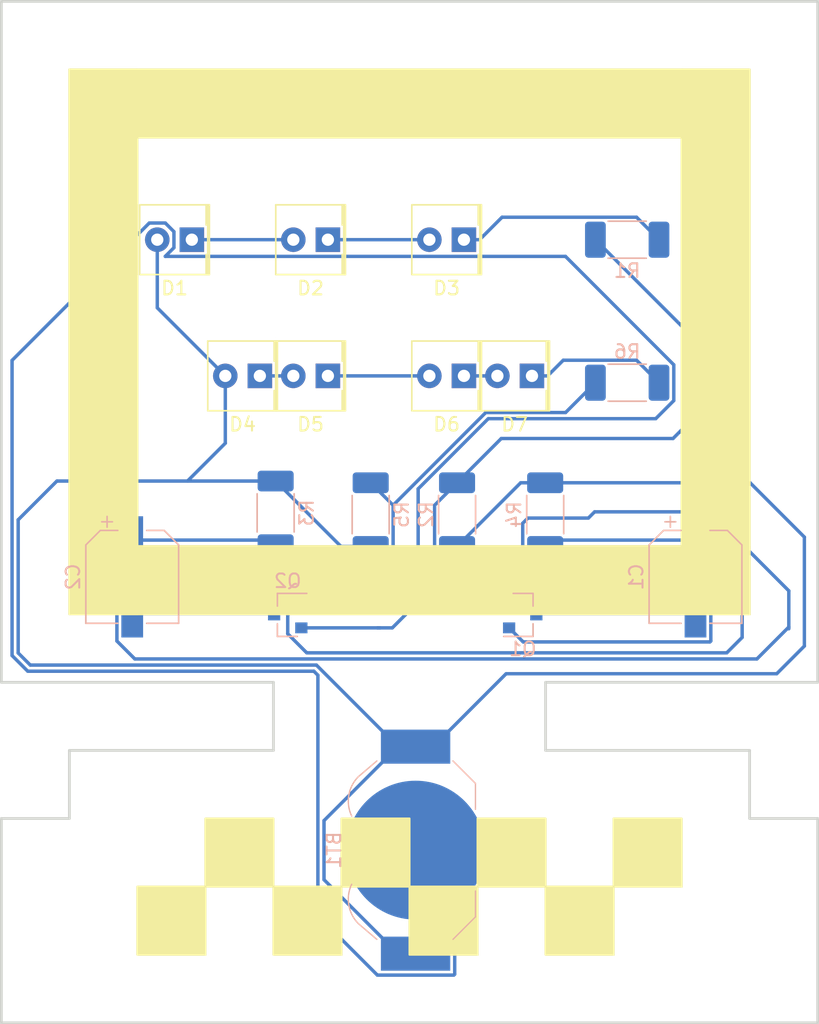
<source format=kicad_pcb>
(kicad_pcb (version 20171130) (host pcbnew "(6.0.0-rc1-dev-1198-gf6cdcc1db)")

  (general
    (thickness 1.6)
    (drawings 28)
    (tracks 131)
    (zones 0)
    (modules 18)
    (nets 14)
  )

  (page A4)
  (layers
    (0 F.Cu signal)
    (31 B.Cu signal)
    (32 B.Adhes user)
    (33 F.Adhes user)
    (34 B.Paste user)
    (35 F.Paste user hide)
    (36 B.SilkS user)
    (37 F.SilkS user hide)
    (38 B.Mask user)
    (39 F.Mask user hide)
    (40 Dwgs.User user hide)
    (41 Cmts.User user hide)
    (42 Eco1.User user hide)
    (43 Eco2.User user hide)
    (44 Edge.Cuts user)
    (45 Margin user hide)
    (46 B.CrtYd user)
    (47 F.CrtYd user hide)
    (48 B.Fab user)
    (49 F.Fab user)
  )

  (setup
    (last_trace_width 0.25)
    (trace_clearance 0.2)
    (zone_clearance 0.508)
    (zone_45_only no)
    (trace_min 0.2)
    (via_size 0.8)
    (via_drill 0.4)
    (via_min_size 0.4)
    (via_min_drill 0.3)
    (uvia_size 0.3)
    (uvia_drill 0.1)
    (uvias_allowed no)
    (uvia_min_size 0.2)
    (uvia_min_drill 0.1)
    (edge_width 0.2)
    (segment_width 0.2)
    (pcb_text_width 0.3)
    (pcb_text_size 1.5 1.5)
    (mod_edge_width 0.15)
    (mod_text_size 1 1)
    (mod_text_width 0.15)
    (pad_size 1.524 1.524)
    (pad_drill 0.762)
    (pad_to_mask_clearance 0.051)
    (solder_mask_min_width 0.25)
    (aux_axis_origin 0 0)
    (grid_origin 22 22)
    (visible_elements FFFFEF7F)
    (pcbplotparams
      (layerselection 0x010fc_ffffffff)
      (usegerberextensions false)
      (usegerberattributes false)
      (usegerberadvancedattributes false)
      (creategerberjobfile false)
      (excludeedgelayer true)
      (linewidth 0.100000)
      (plotframeref false)
      (viasonmask false)
      (mode 1)
      (useauxorigin false)
      (hpglpennumber 1)
      (hpglpenspeed 20)
      (hpglpendiameter 15.000000)
      (psnegative false)
      (psa4output false)
      (plotreference true)
      (plotvalue true)
      (plotinvisibletext false)
      (padsonsilk false)
      (subtractmaskfromsilk false)
      (outputformat 1)
      (mirror false)
      (drillshape 1)
      (scaleselection 1)
      (outputdirectory ""))
  )

  (net 0 "")
  (net 1 VCC)
  (net 2 GND)
  (net 3 "Net-(C1-Pad1)")
  (net 4 "Net-(C1-Pad2)")
  (net 5 "Net-(C2-Pad2)")
  (net 6 "Net-(C2-Pad1)")
  (net 7 "Net-(D1-Pad1)")
  (net 8 "Net-(D2-Pad1)")
  (net 9 "Net-(D3-Pad1)")
  (net 10 "Net-(D4-Pad1)")
  (net 11 "Net-(D5-Pad1)")
  (net 12 "Net-(D6-Pad1)")
  (net 13 "Net-(D7-Pad1)")

  (net_class Default "This is the default net class."
    (clearance 0.2)
    (trace_width 0.25)
    (via_dia 0.8)
    (via_drill 0.4)
    (uvia_dia 0.3)
    (uvia_drill 0.1)
    (add_net GND)
    (add_net "Net-(C1-Pad1)")
    (add_net "Net-(C1-Pad2)")
    (add_net "Net-(C2-Pad1)")
    (add_net "Net-(C2-Pad2)")
    (add_net "Net-(D1-Pad1)")
    (add_net "Net-(D2-Pad1)")
    (add_net "Net-(D3-Pad1)")
    (add_net "Net-(D4-Pad1)")
    (add_net "Net-(D5-Pad1)")
    (add_net "Net-(D6-Pad1)")
    (add_net "Net-(D7-Pad1)")
    (add_net VCC)
  )

  (net_class VCC ""
    (clearance 0.2)
    (trace_width 0.5)
    (via_dia 0.8)
    (via_drill 0.4)
    (uvia_dia 0.3)
    (uvia_drill 0.1)
  )

  (module LED_THT:LED_Rectangular_W5.0mm_H5.0mm (layer F.Cu) (tedit 587A3A7B) (tstamp 5C0BE7BB)
    (at 46 39.5 180)
    (descr "LED_Rectangular, Rectangular,  Rectangular size 5.0x5.0mm^2, 2 pins, http://www.kingbright.com/attachments/file/psearch/000/00/00/L-169XCGDK(Ver.9B).pdf")
    (tags "LED_Rectangular Rectangular  Rectangular size 5.0x5.0mm^2 2 pins")
    (path /5BF4BD21)
    (fp_text reference D6 (at 1.27 -3.56 180) (layer F.SilkS)
      (effects (font (size 1 1) (thickness 0.15)))
    )
    (fp_text value LED (at 1.27 3.56 180) (layer F.Fab)
      (effects (font (size 1 1) (thickness 0.15)))
    )
    (fp_line (start 4.1 -2.85) (end -1.55 -2.85) (layer F.CrtYd) (width 0.05))
    (fp_line (start 4.1 2.85) (end 4.1 -2.85) (layer F.CrtYd) (width 0.05))
    (fp_line (start -1.55 2.85) (end 4.1 2.85) (layer F.CrtYd) (width 0.05))
    (fp_line (start -1.55 -2.85) (end -1.55 2.85) (layer F.CrtYd) (width 0.05))
    (fp_line (start -1.051 1.08) (end -1.051 2.56) (layer F.SilkS) (width 0.12))
    (fp_line (start -1.051 -2.56) (end -1.051 -1.08) (layer F.SilkS) (width 0.12))
    (fp_line (start -1.17 -2.56) (end -1.17 2.56) (layer F.SilkS) (width 0.12))
    (fp_line (start 3.83 -2.56) (end 3.83 2.56) (layer F.SilkS) (width 0.12))
    (fp_line (start -1.29 -2.56) (end -1.29 2.56) (layer F.SilkS) (width 0.12))
    (fp_line (start -1.29 2.56) (end 3.83 2.56) (layer F.SilkS) (width 0.12))
    (fp_line (start -1.29 -2.56) (end 3.83 -2.56) (layer F.SilkS) (width 0.12))
    (fp_line (start 3.77 -2.5) (end -1.23 -2.5) (layer F.Fab) (width 0.1))
    (fp_line (start 3.77 2.5) (end 3.77 -2.5) (layer F.Fab) (width 0.1))
    (fp_line (start -1.23 2.5) (end 3.77 2.5) (layer F.Fab) (width 0.1))
    (fp_line (start -1.23 -2.5) (end -1.23 2.5) (layer F.Fab) (width 0.1))
    (pad 2 thru_hole circle (at 2.54 0 180) (size 1.8 1.8) (drill 0.9) (layers *.Cu *.Mask)
      (net 11 "Net-(D5-Pad1)"))
    (pad 1 thru_hole rect (at 0 0 180) (size 1.8 1.8) (drill 0.9) (layers *.Cu *.Mask)
      (net 12 "Net-(D6-Pad1)"))
    (model ${KISYS3DMOD}/LED_THT.3dshapes/LED_Rectangular_W5.0mm_H5.0mm.wrl
      (at (xyz 0 0 0))
      (scale (xyz 1 1 1))
      (rotate (xyz 0 0 0))
    )
  )

  (module Battery:BatteryHolder_LINX_BAT-HLD-012-SMT (layer B.Cu) (tedit 5B256044) (tstamp 5BF5735D)
    (at 42.447 74.324 90)
    (descr "SMT battery holder for CR1216/1220/1225, https://linxtechnologies.com/wp/wp-content/uploads/bat-hld-012-smt.pdf")
    (tags "battery holder coin cell cr1216 cr1220 cr1225")
    (path /5BF3CB03)
    (attr smd)
    (fp_text reference BT1 (at 0 -6 90) (layer B.SilkS)
      (effects (font (size 1 1) (thickness 0.15)) (justify mirror))
    )
    (fp_text value Battery_Cell (at 0 7 90) (layer B.Fab)
      (effects (font (size 1 1) (thickness 0.15)) (justify mirror))
    )
    (fp_line (start 6.55 -2.85) (end 5.4 -4.2) (layer B.SilkS) (width 0.1))
    (fp_line (start -6.55 -2.85) (end -5.4 -4.2) (layer B.SilkS) (width 0.1))
    (fp_line (start -4.9 4.4) (end -3 4.4) (layer B.SilkS) (width 0.1))
    (fp_line (start 4.9 4.4) (end 3 4.4) (layer B.SilkS) (width 0.1))
    (fp_line (start 4.9 4.4) (end 6.55 2.75) (layer B.SilkS) (width 0.1))
    (fp_line (start -6.55 2.75) (end -4.9 4.4) (layer B.SilkS) (width 0.1))
    (fp_line (start 6.55 2.75) (end 6.75 2.75) (layer B.Fab) (width 0.1))
    (fp_line (start 6.55 2.75) (end 6.7 2.9) (layer B.Fab) (width 0.1))
    (fp_line (start 5.05 4.55) (end 4.9 4.4) (layer B.Fab) (width 0.1))
    (fp_line (start -5.05 4.55) (end -4.9 4.4) (layer B.Fab) (width 0.1))
    (fp_line (start -6.55 2.75) (end -6.7 2.9) (layer B.Fab) (width 0.1))
    (fp_line (start -6.75 2.75) (end -6.55 2.75) (layer B.Fab) (width 0.1))
    (fp_line (start 6.75 -2.85) (end 6.55 -2.85) (layer B.Fab) (width 0.1))
    (fp_line (start -6.75 -2.85) (end -6.55 -2.85) (layer B.Fab) (width 0.1))
    (fp_line (start -3.55 -6.75) (end -7.25 -3.05) (layer B.CrtYd) (width 0.05))
    (fp_line (start 3.55 -6.75) (end 7.25 -3.05) (layer B.CrtYd) (width 0.05))
    (fp_line (start -3.55 -6.75) (end 3.55 -6.75) (layer B.CrtYd) (width 0.05))
    (fp_line (start 9.35 -3.05) (end 7.25 -3.05) (layer B.CrtYd) (width 0.05))
    (fp_line (start 9.35 3.05) (end 9.35 -3.05) (layer B.CrtYd) (width 0.05))
    (fp_line (start 7.25 3.05) (end 9.35 3.05) (layer B.CrtYd) (width 0.05))
    (fp_line (start 3.55 6.75) (end 7.25 3.05) (layer B.CrtYd) (width 0.05))
    (fp_line (start -3.55 6.75) (end 3.55 6.75) (layer B.CrtYd) (width 0.05))
    (fp_line (start -7.25 3.05) (end -3.55 6.75) (layer B.CrtYd) (width 0.05))
    (fp_line (start -9.35 -3.05) (end -7.25 -3.05) (layer B.CrtYd) (width 0.05))
    (fp_line (start -9.35 3.05) (end -7.25 3.05) (layer B.CrtYd) (width 0.05))
    (fp_line (start -9.35 -3.05) (end -9.35 3.05) (layer B.CrtYd) (width 0.05))
    (fp_circle (center 0 0) (end -6.25 0) (layer B.Fab) (width 0.1))
    (fp_arc (start 0 -6) (end -1.8 -4.2) (angle -90) (layer B.Fab) (width 0.1))
    (fp_arc (start 3.6 -2.4) (end 5.4 -4.2) (angle -70.55996517) (layer B.SilkS) (width 0.1))
    (fp_line (start 6.55 -2.85) (end 5.4 -4.2) (layer B.Fab) (width 0.1))
    (fp_line (start -6.55 -2.85) (end -5.4 -4.2) (layer B.Fab) (width 0.1))
    (fp_line (start -6.55 2.75) (end -4.9 4.4) (layer B.Fab) (width 0.1))
    (fp_line (start -6.55 -2.85) (end -6.55 2.75) (layer B.Fab) (width 0.1))
    (fp_line (start 6.55 2.75) (end 4.9 4.4) (layer B.Fab) (width 0.1))
    (fp_line (start 6.55 -2.85) (end 6.55 2.75) (layer B.Fab) (width 0.1))
    (fp_line (start 6.7 2.9) (end 5.05 4.55) (layer B.Fab) (width 0.1))
    (fp_line (start -6.7 2.9) (end -5.05 4.55) (layer B.Fab) (width 0.1))
    (fp_line (start 4.9 4.4) (end -4.9 4.4) (layer B.Fab) (width 0.1))
    (fp_line (start 6.75 -2.85) (end 6.75 2.75) (layer B.Fab) (width 0.1))
    (fp_line (start -6.75 -2.85) (end -6.75 2.75) (layer B.Fab) (width 0.1))
    (fp_line (start 7.65 2.55) (end 6.75 2.55) (layer B.Fab) (width 0.1))
    (fp_line (start 7.65 0.55) (end 7.65 2.55) (layer B.Fab) (width 0.1))
    (fp_line (start 6.75 0.55) (end 7.65 0.55) (layer B.Fab) (width 0.1))
    (fp_line (start 7.65 -0.55) (end 6.75 -0.55) (layer B.Fab) (width 0.1))
    (fp_line (start 7.65 -2.55) (end 7.65 -0.55) (layer B.Fab) (width 0.1))
    (fp_line (start 6.75 -2.55) (end 7.65 -2.55) (layer B.Fab) (width 0.1))
    (fp_line (start -7.65 -2.55) (end -6.75 -2.55) (layer B.Fab) (width 0.1))
    (fp_line (start -7.65 -0.55) (end -7.65 -2.55) (layer B.Fab) (width 0.1))
    (fp_line (start -6.75 -0.55) (end -7.65 -0.55) (layer B.Fab) (width 0.1))
    (fp_line (start -7.65 0.55) (end -6.75 0.55) (layer B.Fab) (width 0.1))
    (fp_line (start -7.65 2.55) (end -6.75 2.55) (layer B.Fab) (width 0.1))
    (fp_line (start -7.65 2.55) (end -7.65 0.55) (layer B.Fab) (width 0.1))
    (fp_text user %R (at 0 0 90) (layer B.Fab)
      (effects (font (size 1 1) (thickness 0.15)) (justify mirror))
    )
    (fp_arc (start 3.6 -2.4) (end 5.4 -4.2) (angle -90) (layer B.Fab) (width 0.1))
    (fp_arc (start -3.6 -2.4) (end -1.8 -4.2) (angle -90) (layer B.Fab) (width 0.1))
    (fp_arc (start -3.6 -2.4) (end -5.4 -4.2) (angle 70.5) (layer B.SilkS) (width 0.1))
    (pad 1 smd rect (at -7.6 0 90) (size 2.5 5.1) (layers B.Cu B.Paste B.Mask)
      (net 1 VCC))
    (pad 1 smd rect (at 7.6 0 90) (size 2.5 5.1) (layers B.Cu B.Paste B.Mask)
      (net 1 VCC))
    (pad 2 smd circle (at 0 0 90) (size 10.2 10.2) (layers B.Cu B.Paste B.Mask)
      (net 2 GND))
    (model ${KISYS3DMOD}/Battery.3dshapes/BatteryHolder_LINX_BAT-HLD-012-SMT.wrl
      (at (xyz 0 0 0))
      (scale (xyz 1 1 1))
      (rotate (xyz 0 0 0))
    )
  )

  (module Capacitor_SMD:CP_Elec_6.3x5.4_Nichicon (layer B.Cu) (tedit 5A841F9D) (tstamp 5BFF9834)
    (at 63.021 54.258 270)
    (descr "SMT capacitor, aluminium electrolytic, 6.3x5.4, Nichicon ")
    (tags "Capacitor Electrolytic")
    (path /5BF35CC3)
    (attr smd)
    (fp_text reference C1 (at 0 4.35 270) (layer B.SilkS)
      (effects (font (size 1 1) (thickness 0.15)) (justify mirror))
    )
    (fp_text value 100uF (at 0 -4.35 270) (layer B.Fab)
      (effects (font (size 1 1) (thickness 0.15)) (justify mirror))
    )
    (fp_circle (center 0 0) (end 3.15 0) (layer B.Fab) (width 0.1))
    (fp_line (start 3.3 3.3) (end 3.3 -3.3) (layer B.Fab) (width 0.1))
    (fp_line (start -2.3 3.3) (end 3.3 3.3) (layer B.Fab) (width 0.1))
    (fp_line (start -2.3 -3.3) (end 3.3 -3.3) (layer B.Fab) (width 0.1))
    (fp_line (start -3.3 2.3) (end -3.3 -2.3) (layer B.Fab) (width 0.1))
    (fp_line (start -3.3 2.3) (end -2.3 3.3) (layer B.Fab) (width 0.1))
    (fp_line (start -3.3 -2.3) (end -2.3 -3.3) (layer B.Fab) (width 0.1))
    (fp_line (start -2.704838 1.33) (end -2.074838 1.33) (layer B.Fab) (width 0.1))
    (fp_line (start -2.389838 1.645) (end -2.389838 1.015) (layer B.Fab) (width 0.1))
    (fp_line (start 3.41 -3.41) (end 3.41 -1.06) (layer B.SilkS) (width 0.12))
    (fp_line (start 3.41 3.41) (end 3.41 1.06) (layer B.SilkS) (width 0.12))
    (fp_line (start -2.345563 3.41) (end 3.41 3.41) (layer B.SilkS) (width 0.12))
    (fp_line (start -2.345563 -3.41) (end 3.41 -3.41) (layer B.SilkS) (width 0.12))
    (fp_line (start -3.41 -2.345563) (end -3.41 -1.06) (layer B.SilkS) (width 0.12))
    (fp_line (start -3.41 2.345563) (end -3.41 1.06) (layer B.SilkS) (width 0.12))
    (fp_line (start -3.41 2.345563) (end -2.345563 3.41) (layer B.SilkS) (width 0.12))
    (fp_line (start -3.41 -2.345563) (end -2.345563 -3.41) (layer B.SilkS) (width 0.12))
    (fp_line (start -4.4375 1.8475) (end -3.65 1.8475) (layer B.SilkS) (width 0.12))
    (fp_line (start -4.04375 2.24125) (end -4.04375 1.45375) (layer B.SilkS) (width 0.12))
    (fp_line (start 3.55 3.55) (end 3.55 1.05) (layer B.CrtYd) (width 0.05))
    (fp_line (start 3.55 1.05) (end 4.7 1.05) (layer B.CrtYd) (width 0.05))
    (fp_line (start 4.7 1.05) (end 4.7 -1.05) (layer B.CrtYd) (width 0.05))
    (fp_line (start 4.7 -1.05) (end 3.55 -1.05) (layer B.CrtYd) (width 0.05))
    (fp_line (start 3.55 -1.05) (end 3.55 -3.55) (layer B.CrtYd) (width 0.05))
    (fp_line (start -2.4 -3.55) (end 3.55 -3.55) (layer B.CrtYd) (width 0.05))
    (fp_line (start -2.4 3.55) (end 3.55 3.55) (layer B.CrtYd) (width 0.05))
    (fp_line (start -3.55 -2.4) (end -2.4 -3.55) (layer B.CrtYd) (width 0.05))
    (fp_line (start -3.55 2.4) (end -2.4 3.55) (layer B.CrtYd) (width 0.05))
    (fp_line (start -3.55 2.4) (end -3.55 1.05) (layer B.CrtYd) (width 0.05))
    (fp_line (start -3.55 -1.05) (end -3.55 -2.4) (layer B.CrtYd) (width 0.05))
    (fp_line (start -3.55 1.05) (end -4.7 1.05) (layer B.CrtYd) (width 0.05))
    (fp_line (start -4.7 1.05) (end -4.7 -1.05) (layer B.CrtYd) (width 0.05))
    (fp_line (start -4.7 -1.05) (end -3.55 -1.05) (layer B.CrtYd) (width 0.05))
    (fp_text user %R (at 0 0 270) (layer B.Fab)
      (effects (font (size 1 1) (thickness 0.15)) (justify mirror))
    )
    (pad 1 smd rect (at -2.7 0 270) (size 3.5 1.6) (layers B.Cu B.Paste B.Mask)
      (net 3 "Net-(C1-Pad1)"))
    (pad 2 smd rect (at 2.7 0 270) (size 3.5 1.6) (layers B.Cu B.Paste B.Mask)
      (net 4 "Net-(C1-Pad2)"))
    (model ${KISYS3DMOD}/Capacitor_SMD.3dshapes/CP_Elec_6.3x5.4_Nichicon.wrl
      (at (xyz 0 0 0))
      (scale (xyz 1 1 1))
      (rotate (xyz 0 0 0))
    )
  )

  (module Capacitor_SMD:CP_Elec_6.3x5.4_Nichicon (layer B.Cu) (tedit 5A841F9D) (tstamp 5BFF985C)
    (at 21.619 54.258 270)
    (descr "SMT capacitor, aluminium electrolytic, 6.3x5.4, Nichicon ")
    (tags "Capacitor Electrolytic")
    (path /5BF35E94)
    (attr smd)
    (fp_text reference C2 (at 0 4.35 270) (layer B.SilkS)
      (effects (font (size 1 1) (thickness 0.15)) (justify mirror))
    )
    (fp_text value 100mF (at 0 -4.35 270) (layer B.Fab)
      (effects (font (size 1 1) (thickness 0.15)) (justify mirror))
    )
    (fp_text user %R (at 0 0 270) (layer B.Fab)
      (effects (font (size 1 1) (thickness 0.15)) (justify mirror))
    )
    (fp_line (start -4.7 -1.05) (end -3.55 -1.05) (layer B.CrtYd) (width 0.05))
    (fp_line (start -4.7 1.05) (end -4.7 -1.05) (layer B.CrtYd) (width 0.05))
    (fp_line (start -3.55 1.05) (end -4.7 1.05) (layer B.CrtYd) (width 0.05))
    (fp_line (start -3.55 -1.05) (end -3.55 -2.4) (layer B.CrtYd) (width 0.05))
    (fp_line (start -3.55 2.4) (end -3.55 1.05) (layer B.CrtYd) (width 0.05))
    (fp_line (start -3.55 2.4) (end -2.4 3.55) (layer B.CrtYd) (width 0.05))
    (fp_line (start -3.55 -2.4) (end -2.4 -3.55) (layer B.CrtYd) (width 0.05))
    (fp_line (start -2.4 3.55) (end 3.55 3.55) (layer B.CrtYd) (width 0.05))
    (fp_line (start -2.4 -3.55) (end 3.55 -3.55) (layer B.CrtYd) (width 0.05))
    (fp_line (start 3.55 -1.05) (end 3.55 -3.55) (layer B.CrtYd) (width 0.05))
    (fp_line (start 4.7 -1.05) (end 3.55 -1.05) (layer B.CrtYd) (width 0.05))
    (fp_line (start 4.7 1.05) (end 4.7 -1.05) (layer B.CrtYd) (width 0.05))
    (fp_line (start 3.55 1.05) (end 4.7 1.05) (layer B.CrtYd) (width 0.05))
    (fp_line (start 3.55 3.55) (end 3.55 1.05) (layer B.CrtYd) (width 0.05))
    (fp_line (start -4.04375 2.24125) (end -4.04375 1.45375) (layer B.SilkS) (width 0.12))
    (fp_line (start -4.4375 1.8475) (end -3.65 1.8475) (layer B.SilkS) (width 0.12))
    (fp_line (start -3.41 -2.345563) (end -2.345563 -3.41) (layer B.SilkS) (width 0.12))
    (fp_line (start -3.41 2.345563) (end -2.345563 3.41) (layer B.SilkS) (width 0.12))
    (fp_line (start -3.41 2.345563) (end -3.41 1.06) (layer B.SilkS) (width 0.12))
    (fp_line (start -3.41 -2.345563) (end -3.41 -1.06) (layer B.SilkS) (width 0.12))
    (fp_line (start -2.345563 -3.41) (end 3.41 -3.41) (layer B.SilkS) (width 0.12))
    (fp_line (start -2.345563 3.41) (end 3.41 3.41) (layer B.SilkS) (width 0.12))
    (fp_line (start 3.41 3.41) (end 3.41 1.06) (layer B.SilkS) (width 0.12))
    (fp_line (start 3.41 -3.41) (end 3.41 -1.06) (layer B.SilkS) (width 0.12))
    (fp_line (start -2.389838 1.645) (end -2.389838 1.015) (layer B.Fab) (width 0.1))
    (fp_line (start -2.704838 1.33) (end -2.074838 1.33) (layer B.Fab) (width 0.1))
    (fp_line (start -3.3 -2.3) (end -2.3 -3.3) (layer B.Fab) (width 0.1))
    (fp_line (start -3.3 2.3) (end -2.3 3.3) (layer B.Fab) (width 0.1))
    (fp_line (start -3.3 2.3) (end -3.3 -2.3) (layer B.Fab) (width 0.1))
    (fp_line (start -2.3 -3.3) (end 3.3 -3.3) (layer B.Fab) (width 0.1))
    (fp_line (start -2.3 3.3) (end 3.3 3.3) (layer B.Fab) (width 0.1))
    (fp_line (start 3.3 3.3) (end 3.3 -3.3) (layer B.Fab) (width 0.1))
    (fp_circle (center 0 0) (end 3.15 0) (layer B.Fab) (width 0.1))
    (pad 2 smd rect (at 2.7 0 270) (size 3.5 1.6) (layers B.Cu B.Paste B.Mask)
      (net 5 "Net-(C2-Pad2)"))
    (pad 1 smd rect (at -2.7 0 270) (size 3.5 1.6) (layers B.Cu B.Paste B.Mask)
      (net 6 "Net-(C2-Pad1)"))
    (model ${KISYS3DMOD}/Capacitor_SMD.3dshapes/CP_Elec_6.3x5.4_Nichicon.wrl
      (at (xyz 0 0 0))
      (scale (xyz 1 1 1))
      (rotate (xyz 0 0 0))
    )
  )

  (module Package_TO_SOT_SMD:SOT-23 (layer B.Cu) (tedit 5A02FF57) (tstamp 5BFF98FD)
    (at 33.049 57.052 180)
    (descr "SOT-23, Standard")
    (tags SOT-23)
    (path /5BF48FC8)
    (attr smd)
    (fp_text reference Q2 (at 0 2.5 180) (layer B.SilkS)
      (effects (font (size 1 1) (thickness 0.15)) (justify mirror))
    )
    (fp_text value MMBT3904 (at 0 -2.5 180) (layer B.Fab)
      (effects (font (size 1 1) (thickness 0.15)) (justify mirror))
    )
    (fp_text user %R (at 0 0 90) (layer B.Fab)
      (effects (font (size 0.5 0.5) (thickness 0.075)) (justify mirror))
    )
    (fp_line (start -0.7 0.95) (end -0.7 -1.5) (layer B.Fab) (width 0.1))
    (fp_line (start -0.15 1.52) (end 0.7 1.52) (layer B.Fab) (width 0.1))
    (fp_line (start -0.7 0.95) (end -0.15 1.52) (layer B.Fab) (width 0.1))
    (fp_line (start 0.7 1.52) (end 0.7 -1.52) (layer B.Fab) (width 0.1))
    (fp_line (start -0.7 -1.52) (end 0.7 -1.52) (layer B.Fab) (width 0.1))
    (fp_line (start 0.76 -1.58) (end 0.76 -0.65) (layer B.SilkS) (width 0.12))
    (fp_line (start 0.76 1.58) (end 0.76 0.65) (layer B.SilkS) (width 0.12))
    (fp_line (start -1.7 1.75) (end 1.7 1.75) (layer B.CrtYd) (width 0.05))
    (fp_line (start 1.7 1.75) (end 1.7 -1.75) (layer B.CrtYd) (width 0.05))
    (fp_line (start 1.7 -1.75) (end -1.7 -1.75) (layer B.CrtYd) (width 0.05))
    (fp_line (start -1.7 -1.75) (end -1.7 1.75) (layer B.CrtYd) (width 0.05))
    (fp_line (start 0.76 1.58) (end -1.4 1.58) (layer B.SilkS) (width 0.12))
    (fp_line (start 0.76 -1.58) (end -0.7 -1.58) (layer B.SilkS) (width 0.12))
    (pad 1 smd rect (at -1 0.95 180) (size 0.9 0.8) (layers B.Cu B.Paste B.Mask)
      (net 3 "Net-(C1-Pad1)"))
    (pad 2 smd rect (at -1 -0.95 180) (size 0.9 0.8) (layers B.Cu B.Paste B.Mask)
      (net 2 GND))
    (pad 3 smd rect (at 1 0 180) (size 0.9 0.8) (layers B.Cu B.Paste B.Mask)
      (net 5 "Net-(C2-Pad2)"))
    (model ${KISYS3DMOD}/Package_TO_SOT_SMD.3dshapes/SOT-23.wrl
      (at (xyz 0 0 0))
      (scale (xyz 1 1 1))
      (rotate (xyz 0 0 0))
    )
  )

  (module Package_TO_SOT_SMD:SOT-23 (layer B.Cu) (tedit 5A02FF57) (tstamp 5BFF98E8)
    (at 50.321 57.052)
    (descr "SOT-23, Standard")
    (tags SOT-23)
    (path /5BF490FA)
    (attr smd)
    (fp_text reference Q1 (at 0 2.5) (layer B.SilkS)
      (effects (font (size 1 1) (thickness 0.15)) (justify mirror))
    )
    (fp_text value MMBT3904 (at 0 -2.5) (layer B.Fab)
      (effects (font (size 1 1) (thickness 0.15)) (justify mirror))
    )
    (fp_line (start 0.76 -1.58) (end -0.7 -1.58) (layer B.SilkS) (width 0.12))
    (fp_line (start 0.76 1.58) (end -1.4 1.58) (layer B.SilkS) (width 0.12))
    (fp_line (start -1.7 -1.75) (end -1.7 1.75) (layer B.CrtYd) (width 0.05))
    (fp_line (start 1.7 -1.75) (end -1.7 -1.75) (layer B.CrtYd) (width 0.05))
    (fp_line (start 1.7 1.75) (end 1.7 -1.75) (layer B.CrtYd) (width 0.05))
    (fp_line (start -1.7 1.75) (end 1.7 1.75) (layer B.CrtYd) (width 0.05))
    (fp_line (start 0.76 1.58) (end 0.76 0.65) (layer B.SilkS) (width 0.12))
    (fp_line (start 0.76 -1.58) (end 0.76 -0.65) (layer B.SilkS) (width 0.12))
    (fp_line (start -0.7 -1.52) (end 0.7 -1.52) (layer B.Fab) (width 0.1))
    (fp_line (start 0.7 1.52) (end 0.7 -1.52) (layer B.Fab) (width 0.1))
    (fp_line (start -0.7 0.95) (end -0.15 1.52) (layer B.Fab) (width 0.1))
    (fp_line (start -0.15 1.52) (end 0.7 1.52) (layer B.Fab) (width 0.1))
    (fp_line (start -0.7 0.95) (end -0.7 -1.5) (layer B.Fab) (width 0.1))
    (fp_text user %R (at 0 0 -90) (layer B.Fab)
      (effects (font (size 0.5 0.5) (thickness 0.075)) (justify mirror))
    )
    (pad 3 smd rect (at 1 0) (size 0.9 0.8) (layers B.Cu B.Paste B.Mask)
      (net 4 "Net-(C1-Pad2)"))
    (pad 2 smd rect (at -1 -0.95) (size 0.9 0.8) (layers B.Cu B.Paste B.Mask)
      (net 2 GND))
    (pad 1 smd rect (at -1 0.95) (size 0.9 0.8) (layers B.Cu B.Paste B.Mask)
      (net 6 "Net-(C2-Pad1)"))
    (model ${KISYS3DMOD}/Package_TO_SOT_SMD.3dshapes/SOT-23.wrl
      (at (xyz 0 0 0))
      (scale (xyz 1 1 1))
      (rotate (xyz 0 0 0))
    )
  )

  (module Resistor_SMD:R_2010_5025Metric_Pad1.52x2.65mm_HandSolder (layer B.Cu) (tedit 5B301BBD) (tstamp 5BFFDA86)
    (at 58 29.5)
    (descr "Resistor SMD 2010 (5025 Metric), square (rectangular) end terminal, IPC_7351 nominal with elongated pad for handsoldering. (Body size source: http://www.tortai-tech.com/upload/download/2011102023233369053.pdf), generated with kicad-footprint-generator")
    (tags "resistor handsolder")
    (path /5BF386D1)
    (attr smd)
    (fp_text reference R1 (at 0 2.28) (layer B.SilkS)
      (effects (font (size 1 1) (thickness 0.15)) (justify mirror))
    )
    (fp_text value 220 (at 0 -2.28) (layer B.Fab)
      (effects (font (size 1 1) (thickness 0.15)) (justify mirror))
    )
    (fp_text user %R (at 0 0) (layer B.Fab)
      (effects (font (size 1 1) (thickness 0.15)) (justify mirror))
    )
    (fp_line (start 3.35 -1.58) (end -3.35 -1.58) (layer B.CrtYd) (width 0.05))
    (fp_line (start 3.35 1.58) (end 3.35 -1.58) (layer B.CrtYd) (width 0.05))
    (fp_line (start -3.35 1.58) (end 3.35 1.58) (layer B.CrtYd) (width 0.05))
    (fp_line (start -3.35 -1.58) (end -3.35 1.58) (layer B.CrtYd) (width 0.05))
    (fp_line (start -1.402064 -1.36) (end 1.402064 -1.36) (layer B.SilkS) (width 0.12))
    (fp_line (start -1.402064 1.36) (end 1.402064 1.36) (layer B.SilkS) (width 0.12))
    (fp_line (start 2.5 -1.25) (end -2.5 -1.25) (layer B.Fab) (width 0.1))
    (fp_line (start 2.5 1.25) (end 2.5 -1.25) (layer B.Fab) (width 0.1))
    (fp_line (start -2.5 1.25) (end 2.5 1.25) (layer B.Fab) (width 0.1))
    (fp_line (start -2.5 -1.25) (end -2.5 1.25) (layer B.Fab) (width 0.1))
    (pad 2 smd roundrect (at 2.3375 0) (size 1.525 2.65) (layers B.Cu B.Paste B.Mask) (roundrect_rratio 0.163934)
      (net 9 "Net-(D3-Pad1)"))
    (pad 1 smd roundrect (at -2.3375 0) (size 1.525 2.65) (layers B.Cu B.Paste B.Mask) (roundrect_rratio 0.163934)
      (net 4 "Net-(C1-Pad2)"))
    (model ${KISYS3DMOD}/Resistor_SMD.3dshapes/R_2010_5025Metric.wrl
      (at (xyz 0 0 0))
      (scale (xyz 1 1 1))
      (rotate (xyz 0 0 0))
    )
  )

  (module Resistor_SMD:R_2010_5025Metric_Pad1.52x2.65mm_HandSolder (layer B.Cu) (tedit 5B301BBD) (tstamp 5BFFDA96)
    (at 45.495 49.686 270)
    (descr "Resistor SMD 2010 (5025 Metric), square (rectangular) end terminal, IPC_7351 nominal with elongated pad for handsoldering. (Body size source: http://www.tortai-tech.com/upload/download/2011102023233369053.pdf), generated with kicad-footprint-generator")
    (tags "resistor handsolder")
    (path /5BF31F1D)
    (attr smd)
    (fp_text reference R2 (at 0 2.28 270) (layer B.SilkS)
      (effects (font (size 1 1) (thickness 0.15)) (justify mirror))
    )
    (fp_text value 10K (at 0 -2.28 270) (layer B.Fab)
      (effects (font (size 1 1) (thickness 0.15)) (justify mirror))
    )
    (fp_line (start -2.5 -1.25) (end -2.5 1.25) (layer B.Fab) (width 0.1))
    (fp_line (start -2.5 1.25) (end 2.5 1.25) (layer B.Fab) (width 0.1))
    (fp_line (start 2.5 1.25) (end 2.5 -1.25) (layer B.Fab) (width 0.1))
    (fp_line (start 2.5 -1.25) (end -2.5 -1.25) (layer B.Fab) (width 0.1))
    (fp_line (start -1.402064 1.36) (end 1.402064 1.36) (layer B.SilkS) (width 0.12))
    (fp_line (start -1.402064 -1.36) (end 1.402064 -1.36) (layer B.SilkS) (width 0.12))
    (fp_line (start -3.35 -1.58) (end -3.35 1.58) (layer B.CrtYd) (width 0.05))
    (fp_line (start -3.35 1.58) (end 3.35 1.58) (layer B.CrtYd) (width 0.05))
    (fp_line (start 3.35 1.58) (end 3.35 -1.58) (layer B.CrtYd) (width 0.05))
    (fp_line (start 3.35 -1.58) (end -3.35 -1.58) (layer B.CrtYd) (width 0.05))
    (fp_text user %R (at 0 0 270) (layer B.Fab)
      (effects (font (size 1 1) (thickness 0.15)) (justify mirror))
    )
    (pad 1 smd roundrect (at -2.3375 0 270) (size 1.525 2.65) (layers B.Cu B.Paste B.Mask) (roundrect_rratio 0.163934)
      (net 4 "Net-(C1-Pad2)"))
    (pad 2 smd roundrect (at 2.3375 0 270) (size 1.525 2.65) (layers B.Cu B.Paste B.Mask) (roundrect_rratio 0.163934)
      (net 1 VCC))
    (model ${KISYS3DMOD}/Resistor_SMD.3dshapes/R_2010_5025Metric.wrl
      (at (xyz 0 0 0))
      (scale (xyz 1 1 1))
      (rotate (xyz 0 0 0))
    )
  )

  (module Resistor_SMD:R_2010_5025Metric_Pad1.52x2.65mm_HandSolder (layer B.Cu) (tedit 5B301BBD) (tstamp 5BFFDAA6)
    (at 32.16 49.559 90)
    (descr "Resistor SMD 2010 (5025 Metric), square (rectangular) end terminal, IPC_7351 nominal with elongated pad for handsoldering. (Body size source: http://www.tortai-tech.com/upload/download/2011102023233369053.pdf), generated with kicad-footprint-generator")
    (tags "resistor handsolder")
    (path /5BF3202B)
    (attr smd)
    (fp_text reference R3 (at 0 2.28 90) (layer B.SilkS)
      (effects (font (size 1 1) (thickness 0.15)) (justify mirror))
    )
    (fp_text value 10K (at 0 -2.28 90) (layer B.Fab)
      (effects (font (size 1 1) (thickness 0.15)) (justify mirror))
    )
    (fp_text user %R (at 0 0 90) (layer B.Fab)
      (effects (font (size 1 1) (thickness 0.15)) (justify mirror))
    )
    (fp_line (start 3.35 -1.58) (end -3.35 -1.58) (layer B.CrtYd) (width 0.05))
    (fp_line (start 3.35 1.58) (end 3.35 -1.58) (layer B.CrtYd) (width 0.05))
    (fp_line (start -3.35 1.58) (end 3.35 1.58) (layer B.CrtYd) (width 0.05))
    (fp_line (start -3.35 -1.58) (end -3.35 1.58) (layer B.CrtYd) (width 0.05))
    (fp_line (start -1.402064 -1.36) (end 1.402064 -1.36) (layer B.SilkS) (width 0.12))
    (fp_line (start -1.402064 1.36) (end 1.402064 1.36) (layer B.SilkS) (width 0.12))
    (fp_line (start 2.5 -1.25) (end -2.5 -1.25) (layer B.Fab) (width 0.1))
    (fp_line (start 2.5 1.25) (end 2.5 -1.25) (layer B.Fab) (width 0.1))
    (fp_line (start -2.5 1.25) (end 2.5 1.25) (layer B.Fab) (width 0.1))
    (fp_line (start -2.5 -1.25) (end -2.5 1.25) (layer B.Fab) (width 0.1))
    (pad 2 smd roundrect (at 2.3375 0 90) (size 1.525 2.65) (layers B.Cu B.Paste B.Mask) (roundrect_rratio 0.163934)
      (net 1 VCC))
    (pad 1 smd roundrect (at -2.3375 0 90) (size 1.525 2.65) (layers B.Cu B.Paste B.Mask) (roundrect_rratio 0.163934)
      (net 6 "Net-(C2-Pad1)"))
    (model ${KISYS3DMOD}/Resistor_SMD.3dshapes/R_2010_5025Metric.wrl
      (at (xyz 0 0 0))
      (scale (xyz 1 1 1))
      (rotate (xyz 0 0 0))
    )
  )

  (module Resistor_SMD:R_2010_5025Metric_Pad1.52x2.65mm_HandSolder (layer B.Cu) (tedit 5B301BBD) (tstamp 5BFFDAB6)
    (at 51.972 49.686 270)
    (descr "Resistor SMD 2010 (5025 Metric), square (rectangular) end terminal, IPC_7351 nominal with elongated pad for handsoldering. (Body size source: http://www.tortai-tech.com/upload/download/2011102023233369053.pdf), generated with kicad-footprint-generator")
    (tags "resistor handsolder")
    (path /5BF32163)
    (attr smd)
    (fp_text reference R4 (at 0 2.28 270) (layer B.SilkS)
      (effects (font (size 1 1) (thickness 0.15)) (justify mirror))
    )
    (fp_text value 10K (at 0 -2.28 270) (layer B.Fab)
      (effects (font (size 1 1) (thickness 0.15)) (justify mirror))
    )
    (fp_line (start -2.5 -1.25) (end -2.5 1.25) (layer B.Fab) (width 0.1))
    (fp_line (start -2.5 1.25) (end 2.5 1.25) (layer B.Fab) (width 0.1))
    (fp_line (start 2.5 1.25) (end 2.5 -1.25) (layer B.Fab) (width 0.1))
    (fp_line (start 2.5 -1.25) (end -2.5 -1.25) (layer B.Fab) (width 0.1))
    (fp_line (start -1.402064 1.36) (end 1.402064 1.36) (layer B.SilkS) (width 0.12))
    (fp_line (start -1.402064 -1.36) (end 1.402064 -1.36) (layer B.SilkS) (width 0.12))
    (fp_line (start -3.35 -1.58) (end -3.35 1.58) (layer B.CrtYd) (width 0.05))
    (fp_line (start -3.35 1.58) (end 3.35 1.58) (layer B.CrtYd) (width 0.05))
    (fp_line (start 3.35 1.58) (end 3.35 -1.58) (layer B.CrtYd) (width 0.05))
    (fp_line (start 3.35 -1.58) (end -3.35 -1.58) (layer B.CrtYd) (width 0.05))
    (fp_text user %R (at 0 0 270) (layer B.Fab)
      (effects (font (size 1 1) (thickness 0.15)) (justify mirror))
    )
    (pad 1 smd roundrect (at -2.3375 0 270) (size 1.525 2.65) (layers B.Cu B.Paste B.Mask) (roundrect_rratio 0.163934)
      (net 1 VCC))
    (pad 2 smd roundrect (at 2.3375 0 270) (size 1.525 2.65) (layers B.Cu B.Paste B.Mask) (roundrect_rratio 0.163934)
      (net 3 "Net-(C1-Pad1)"))
    (model ${KISYS3DMOD}/Resistor_SMD.3dshapes/R_2010_5025Metric.wrl
      (at (xyz 0 0 0))
      (scale (xyz 1 1 1))
      (rotate (xyz 0 0 0))
    )
  )

  (module Resistor_SMD:R_2010_5025Metric_Pad1.52x2.65mm_HandSolder (layer B.Cu) (tedit 5B301BBD) (tstamp 5BFFDAC6)
    (at 39.145 49.686 90)
    (descr "Resistor SMD 2010 (5025 Metric), square (rectangular) end terminal, IPC_7351 nominal with elongated pad for handsoldering. (Body size source: http://www.tortai-tech.com/upload/download/2011102023233369053.pdf), generated with kicad-footprint-generator")
    (tags "resistor handsolder")
    (path /5BF32243)
    (attr smd)
    (fp_text reference R5 (at 0 2.28 90) (layer B.SilkS)
      (effects (font (size 1 1) (thickness 0.15)) (justify mirror))
    )
    (fp_text value 10K (at 0 -2.28 90) (layer B.Fab)
      (effects (font (size 1 1) (thickness 0.15)) (justify mirror))
    )
    (fp_text user %R (at 0 0 90) (layer B.Fab)
      (effects (font (size 1 1) (thickness 0.15)) (justify mirror))
    )
    (fp_line (start 3.35 -1.58) (end -3.35 -1.58) (layer B.CrtYd) (width 0.05))
    (fp_line (start 3.35 1.58) (end 3.35 -1.58) (layer B.CrtYd) (width 0.05))
    (fp_line (start -3.35 1.58) (end 3.35 1.58) (layer B.CrtYd) (width 0.05))
    (fp_line (start -3.35 -1.58) (end -3.35 1.58) (layer B.CrtYd) (width 0.05))
    (fp_line (start -1.402064 -1.36) (end 1.402064 -1.36) (layer B.SilkS) (width 0.12))
    (fp_line (start -1.402064 1.36) (end 1.402064 1.36) (layer B.SilkS) (width 0.12))
    (fp_line (start 2.5 -1.25) (end -2.5 -1.25) (layer B.Fab) (width 0.1))
    (fp_line (start 2.5 1.25) (end 2.5 -1.25) (layer B.Fab) (width 0.1))
    (fp_line (start -2.5 1.25) (end 2.5 1.25) (layer B.Fab) (width 0.1))
    (fp_line (start -2.5 -1.25) (end -2.5 1.25) (layer B.Fab) (width 0.1))
    (pad 2 smd roundrect (at 2.3375 0 90) (size 1.525 2.65) (layers B.Cu B.Paste B.Mask) (roundrect_rratio 0.163934)
      (net 5 "Net-(C2-Pad2)"))
    (pad 1 smd roundrect (at -2.3375 0 90) (size 1.525 2.65) (layers B.Cu B.Paste B.Mask) (roundrect_rratio 0.163934)
      (net 1 VCC))
    (model ${KISYS3DMOD}/Resistor_SMD.3dshapes/R_2010_5025Metric.wrl
      (at (xyz 0 0 0))
      (scale (xyz 1 1 1))
      (rotate (xyz 0 0 0))
    )
  )

  (module Resistor_SMD:R_2010_5025Metric_Pad1.52x2.65mm_HandSolder (layer B.Cu) (tedit 5B301BBD) (tstamp 5BFFDAD6)
    (at 58 40 180)
    (descr "Resistor SMD 2010 (5025 Metric), square (rectangular) end terminal, IPC_7351 nominal with elongated pad for handsoldering. (Body size source: http://www.tortai-tech.com/upload/download/2011102023233369053.pdf), generated with kicad-footprint-generator")
    (tags "resistor handsolder")
    (path /5BF347CB)
    (attr smd)
    (fp_text reference R6 (at 0 2.28 180) (layer B.SilkS)
      (effects (font (size 1 1) (thickness 0.15)) (justify mirror))
    )
    (fp_text value 220 (at 0 -2.28 180) (layer B.Fab)
      (effects (font (size 1 1) (thickness 0.15)) (justify mirror))
    )
    (fp_line (start -2.5 -1.25) (end -2.5 1.25) (layer B.Fab) (width 0.1))
    (fp_line (start -2.5 1.25) (end 2.5 1.25) (layer B.Fab) (width 0.1))
    (fp_line (start 2.5 1.25) (end 2.5 -1.25) (layer B.Fab) (width 0.1))
    (fp_line (start 2.5 -1.25) (end -2.5 -1.25) (layer B.Fab) (width 0.1))
    (fp_line (start -1.402064 1.36) (end 1.402064 1.36) (layer B.SilkS) (width 0.12))
    (fp_line (start -1.402064 -1.36) (end 1.402064 -1.36) (layer B.SilkS) (width 0.12))
    (fp_line (start -3.35 -1.58) (end -3.35 1.58) (layer B.CrtYd) (width 0.05))
    (fp_line (start -3.35 1.58) (end 3.35 1.58) (layer B.CrtYd) (width 0.05))
    (fp_line (start 3.35 1.58) (end 3.35 -1.58) (layer B.CrtYd) (width 0.05))
    (fp_line (start 3.35 -1.58) (end -3.35 -1.58) (layer B.CrtYd) (width 0.05))
    (fp_text user %R (at 0 0 180) (layer B.Fab)
      (effects (font (size 1 1) (thickness 0.15)) (justify mirror))
    )
    (pad 1 smd roundrect (at -2.3375 0 180) (size 1.525 2.65) (layers B.Cu B.Paste B.Mask) (roundrect_rratio 0.163934)
      (net 13 "Net-(D7-Pad1)"))
    (pad 2 smd roundrect (at 2.3375 0 180) (size 1.525 2.65) (layers B.Cu B.Paste B.Mask) (roundrect_rratio 0.163934)
      (net 5 "Net-(C2-Pad2)"))
    (model ${KISYS3DMOD}/Resistor_SMD.3dshapes/R_2010_5025Metric.wrl
      (at (xyz 0 0 0))
      (scale (xyz 1 1 1))
      (rotate (xyz 0 0 0))
    )
  )

  (module LED_THT:LED_Rectangular_W5.0mm_H5.0mm (layer F.Cu) (tedit 587A3A7B) (tstamp 5C0BE59A)
    (at 26 29.5 180)
    (descr "LED_Rectangular, Rectangular,  Rectangular size 5.0x5.0mm^2, 2 pins, http://www.kingbright.com/attachments/file/psearch/000/00/00/L-169XCGDK(Ver.9B).pdf")
    (tags "LED_Rectangular Rectangular  Rectangular size 5.0x5.0mm^2 2 pins")
    (path /5BF3313D)
    (fp_text reference D1 (at 1.27 -3.56 180) (layer F.SilkS)
      (effects (font (size 1 1) (thickness 0.15)))
    )
    (fp_text value LED (at 1.27 3.56 180) (layer F.Fab)
      (effects (font (size 1 1) (thickness 0.15)))
    )
    (fp_line (start 4.1 -2.85) (end -1.55 -2.85) (layer F.CrtYd) (width 0.05))
    (fp_line (start 4.1 2.85) (end 4.1 -2.85) (layer F.CrtYd) (width 0.05))
    (fp_line (start -1.55 2.85) (end 4.1 2.85) (layer F.CrtYd) (width 0.05))
    (fp_line (start -1.55 -2.85) (end -1.55 2.85) (layer F.CrtYd) (width 0.05))
    (fp_line (start -1.051 1.08) (end -1.051 2.56) (layer F.SilkS) (width 0.12))
    (fp_line (start -1.051 -2.56) (end -1.051 -1.08) (layer F.SilkS) (width 0.12))
    (fp_line (start -1.17 -2.56) (end -1.17 2.56) (layer F.SilkS) (width 0.12))
    (fp_line (start 3.83 -2.56) (end 3.83 2.56) (layer F.SilkS) (width 0.12))
    (fp_line (start -1.29 -2.56) (end -1.29 2.56) (layer F.SilkS) (width 0.12))
    (fp_line (start -1.29 2.56) (end 3.83 2.56) (layer F.SilkS) (width 0.12))
    (fp_line (start -1.29 -2.56) (end 3.83 -2.56) (layer F.SilkS) (width 0.12))
    (fp_line (start 3.77 -2.5) (end -1.23 -2.5) (layer F.Fab) (width 0.1))
    (fp_line (start 3.77 2.5) (end 3.77 -2.5) (layer F.Fab) (width 0.1))
    (fp_line (start -1.23 2.5) (end 3.77 2.5) (layer F.Fab) (width 0.1))
    (fp_line (start -1.23 -2.5) (end -1.23 2.5) (layer F.Fab) (width 0.1))
    (pad 2 thru_hole circle (at 2.54 0 180) (size 1.8 1.8) (drill 0.9) (layers *.Cu *.Mask)
      (net 1 VCC))
    (pad 1 thru_hole rect (at 0 0 180) (size 1.8 1.8) (drill 0.9) (layers *.Cu *.Mask)
      (net 7 "Net-(D1-Pad1)"))
    (model ${KISYS3DMOD}/LED_THT.3dshapes/LED_Rectangular_W5.0mm_H5.0mm.wrl
      (at (xyz 0 0 0))
      (scale (xyz 1 1 1))
      (rotate (xyz 0 0 0))
    )
  )

  (module LED_THT:LED_Rectangular_W5.0mm_H5.0mm (layer F.Cu) (tedit 587A3A7B) (tstamp 5C0BE5AE)
    (at 36 29.5 180)
    (descr "LED_Rectangular, Rectangular,  Rectangular size 5.0x5.0mm^2, 2 pins, http://www.kingbright.com/attachments/file/psearch/000/00/00/L-169XCGDK(Ver.9B).pdf")
    (tags "LED_Rectangular Rectangular  Rectangular size 5.0x5.0mm^2 2 pins")
    (path /5BF4DA73)
    (fp_text reference D2 (at 1.27 -3.56 180) (layer F.SilkS)
      (effects (font (size 1 1) (thickness 0.15)))
    )
    (fp_text value LED (at 1.27 3.56 180) (layer F.Fab)
      (effects (font (size 1 1) (thickness 0.15)))
    )
    (fp_line (start 4.1 -2.85) (end -1.55 -2.85) (layer F.CrtYd) (width 0.05))
    (fp_line (start 4.1 2.85) (end 4.1 -2.85) (layer F.CrtYd) (width 0.05))
    (fp_line (start -1.55 2.85) (end 4.1 2.85) (layer F.CrtYd) (width 0.05))
    (fp_line (start -1.55 -2.85) (end -1.55 2.85) (layer F.CrtYd) (width 0.05))
    (fp_line (start -1.051 1.08) (end -1.051 2.56) (layer F.SilkS) (width 0.12))
    (fp_line (start -1.051 -2.56) (end -1.051 -1.08) (layer F.SilkS) (width 0.12))
    (fp_line (start -1.17 -2.56) (end -1.17 2.56) (layer F.SilkS) (width 0.12))
    (fp_line (start 3.83 -2.56) (end 3.83 2.56) (layer F.SilkS) (width 0.12))
    (fp_line (start -1.29 -2.56) (end -1.29 2.56) (layer F.SilkS) (width 0.12))
    (fp_line (start -1.29 2.56) (end 3.83 2.56) (layer F.SilkS) (width 0.12))
    (fp_line (start -1.29 -2.56) (end 3.83 -2.56) (layer F.SilkS) (width 0.12))
    (fp_line (start 3.77 -2.5) (end -1.23 -2.5) (layer F.Fab) (width 0.1))
    (fp_line (start 3.77 2.5) (end 3.77 -2.5) (layer F.Fab) (width 0.1))
    (fp_line (start -1.23 2.5) (end 3.77 2.5) (layer F.Fab) (width 0.1))
    (fp_line (start -1.23 -2.5) (end -1.23 2.5) (layer F.Fab) (width 0.1))
    (pad 2 thru_hole circle (at 2.54 0 180) (size 1.8 1.8) (drill 0.9) (layers *.Cu *.Mask)
      (net 7 "Net-(D1-Pad1)"))
    (pad 1 thru_hole rect (at 0 0 180) (size 1.8 1.8) (drill 0.9) (layers *.Cu *.Mask)
      (net 8 "Net-(D2-Pad1)"))
    (model ${KISYS3DMOD}/LED_THT.3dshapes/LED_Rectangular_W5.0mm_H5.0mm.wrl
      (at (xyz 0 0 0))
      (scale (xyz 1 1 1))
      (rotate (xyz 0 0 0))
    )
  )

  (module LED_THT:LED_Rectangular_W5.0mm_H5.0mm (layer F.Cu) (tedit 587A3A7B) (tstamp 5C0BE5C2)
    (at 46 29.5 180)
    (descr "LED_Rectangular, Rectangular,  Rectangular size 5.0x5.0mm^2, 2 pins, http://www.kingbright.com/attachments/file/psearch/000/00/00/L-169XCGDK(Ver.9B).pdf")
    (tags "LED_Rectangular Rectangular  Rectangular size 5.0x5.0mm^2 2 pins")
    (path /5BF4E1BE)
    (fp_text reference D3 (at 1.27 -3.56 180) (layer F.SilkS)
      (effects (font (size 1 1) (thickness 0.15)))
    )
    (fp_text value LED (at 1.27 3.56 180) (layer F.Fab)
      (effects (font (size 1 1) (thickness 0.15)))
    )
    (fp_line (start -1.23 -2.5) (end -1.23 2.5) (layer F.Fab) (width 0.1))
    (fp_line (start -1.23 2.5) (end 3.77 2.5) (layer F.Fab) (width 0.1))
    (fp_line (start 3.77 2.5) (end 3.77 -2.5) (layer F.Fab) (width 0.1))
    (fp_line (start 3.77 -2.5) (end -1.23 -2.5) (layer F.Fab) (width 0.1))
    (fp_line (start -1.29 -2.56) (end 3.83 -2.56) (layer F.SilkS) (width 0.12))
    (fp_line (start -1.29 2.56) (end 3.83 2.56) (layer F.SilkS) (width 0.12))
    (fp_line (start -1.29 -2.56) (end -1.29 2.56) (layer F.SilkS) (width 0.12))
    (fp_line (start 3.83 -2.56) (end 3.83 2.56) (layer F.SilkS) (width 0.12))
    (fp_line (start -1.17 -2.56) (end -1.17 2.56) (layer F.SilkS) (width 0.12))
    (fp_line (start -1.051 -2.56) (end -1.051 -1.08) (layer F.SilkS) (width 0.12))
    (fp_line (start -1.051 1.08) (end -1.051 2.56) (layer F.SilkS) (width 0.12))
    (fp_line (start -1.55 -2.85) (end -1.55 2.85) (layer F.CrtYd) (width 0.05))
    (fp_line (start -1.55 2.85) (end 4.1 2.85) (layer F.CrtYd) (width 0.05))
    (fp_line (start 4.1 2.85) (end 4.1 -2.85) (layer F.CrtYd) (width 0.05))
    (fp_line (start 4.1 -2.85) (end -1.55 -2.85) (layer F.CrtYd) (width 0.05))
    (pad 1 thru_hole rect (at 0 0 180) (size 1.8 1.8) (drill 0.9) (layers *.Cu *.Mask)
      (net 9 "Net-(D3-Pad1)"))
    (pad 2 thru_hole circle (at 2.54 0 180) (size 1.8 1.8) (drill 0.9) (layers *.Cu *.Mask)
      (net 8 "Net-(D2-Pad1)"))
    (model ${KISYS3DMOD}/LED_THT.3dshapes/LED_Rectangular_W5.0mm_H5.0mm.wrl
      (at (xyz 0 0 0))
      (scale (xyz 1 1 1))
      (rotate (xyz 0 0 0))
    )
  )

  (module LED_THT:LED_Rectangular_W5.0mm_H5.0mm (layer F.Cu) (tedit 587A3A7B) (tstamp 5C0BE5D6)
    (at 31 39.5 180)
    (descr "LED_Rectangular, Rectangular,  Rectangular size 5.0x5.0mm^2, 2 pins, http://www.kingbright.com/attachments/file/psearch/000/00/00/L-169XCGDK(Ver.9B).pdf")
    (tags "LED_Rectangular Rectangular  Rectangular size 5.0x5.0mm^2 2 pins")
    (path /5BF32E51)
    (fp_text reference D4 (at 1.27 -3.56 180) (layer F.SilkS)
      (effects (font (size 1 1) (thickness 0.15)))
    )
    (fp_text value LED (at 1.27 3.56 180) (layer F.Fab)
      (effects (font (size 1 1) (thickness 0.15)))
    )
    (fp_line (start -1.23 -2.5) (end -1.23 2.5) (layer F.Fab) (width 0.1))
    (fp_line (start -1.23 2.5) (end 3.77 2.5) (layer F.Fab) (width 0.1))
    (fp_line (start 3.77 2.5) (end 3.77 -2.5) (layer F.Fab) (width 0.1))
    (fp_line (start 3.77 -2.5) (end -1.23 -2.5) (layer F.Fab) (width 0.1))
    (fp_line (start -1.29 -2.56) (end 3.83 -2.56) (layer F.SilkS) (width 0.12))
    (fp_line (start -1.29 2.56) (end 3.83 2.56) (layer F.SilkS) (width 0.12))
    (fp_line (start -1.29 -2.56) (end -1.29 2.56) (layer F.SilkS) (width 0.12))
    (fp_line (start 3.83 -2.56) (end 3.83 2.56) (layer F.SilkS) (width 0.12))
    (fp_line (start -1.17 -2.56) (end -1.17 2.56) (layer F.SilkS) (width 0.12))
    (fp_line (start -1.051 -2.56) (end -1.051 -1.08) (layer F.SilkS) (width 0.12))
    (fp_line (start -1.051 1.08) (end -1.051 2.56) (layer F.SilkS) (width 0.12))
    (fp_line (start -1.55 -2.85) (end -1.55 2.85) (layer F.CrtYd) (width 0.05))
    (fp_line (start -1.55 2.85) (end 4.1 2.85) (layer F.CrtYd) (width 0.05))
    (fp_line (start 4.1 2.85) (end 4.1 -2.85) (layer F.CrtYd) (width 0.05))
    (fp_line (start 4.1 -2.85) (end -1.55 -2.85) (layer F.CrtYd) (width 0.05))
    (pad 1 thru_hole rect (at 0 0 180) (size 1.8 1.8) (drill 0.9) (layers *.Cu *.Mask)
      (net 10 "Net-(D4-Pad1)"))
    (pad 2 thru_hole circle (at 2.54 0 180) (size 1.8 1.8) (drill 0.9) (layers *.Cu *.Mask)
      (net 1 VCC))
    (model ${KISYS3DMOD}/LED_THT.3dshapes/LED_Rectangular_W5.0mm_H5.0mm.wrl
      (at (xyz 0 0 0))
      (scale (xyz 1 1 1))
      (rotate (xyz 0 0 0))
    )
  )

  (module LED_THT:LED_Rectangular_W5.0mm_H5.0mm (layer F.Cu) (tedit 587A3A7B) (tstamp 5C0BE5EA)
    (at 36 39.5 180)
    (descr "LED_Rectangular, Rectangular,  Rectangular size 5.0x5.0mm^2, 2 pins, http://www.kingbright.com/attachments/file/psearch/000/00/00/L-169XCGDK(Ver.9B).pdf")
    (tags "LED_Rectangular Rectangular  Rectangular size 5.0x5.0mm^2 2 pins")
    (path /5BF4BBC0)
    (fp_text reference D5 (at 1.27 -3.56 180) (layer F.SilkS)
      (effects (font (size 1 1) (thickness 0.15)))
    )
    (fp_text value LED (at 1.27 3.56 180) (layer F.Fab)
      (effects (font (size 1 1) (thickness 0.15)))
    )
    (fp_line (start -1.23 -2.5) (end -1.23 2.5) (layer F.Fab) (width 0.1))
    (fp_line (start -1.23 2.5) (end 3.77 2.5) (layer F.Fab) (width 0.1))
    (fp_line (start 3.77 2.5) (end 3.77 -2.5) (layer F.Fab) (width 0.1))
    (fp_line (start 3.77 -2.5) (end -1.23 -2.5) (layer F.Fab) (width 0.1))
    (fp_line (start -1.29 -2.56) (end 3.83 -2.56) (layer F.SilkS) (width 0.12))
    (fp_line (start -1.29 2.56) (end 3.83 2.56) (layer F.SilkS) (width 0.12))
    (fp_line (start -1.29 -2.56) (end -1.29 2.56) (layer F.SilkS) (width 0.12))
    (fp_line (start 3.83 -2.56) (end 3.83 2.56) (layer F.SilkS) (width 0.12))
    (fp_line (start -1.17 -2.56) (end -1.17 2.56) (layer F.SilkS) (width 0.12))
    (fp_line (start -1.051 -2.56) (end -1.051 -1.08) (layer F.SilkS) (width 0.12))
    (fp_line (start -1.051 1.08) (end -1.051 2.56) (layer F.SilkS) (width 0.12))
    (fp_line (start -1.55 -2.85) (end -1.55 2.85) (layer F.CrtYd) (width 0.05))
    (fp_line (start -1.55 2.85) (end 4.1 2.85) (layer F.CrtYd) (width 0.05))
    (fp_line (start 4.1 2.85) (end 4.1 -2.85) (layer F.CrtYd) (width 0.05))
    (fp_line (start 4.1 -2.85) (end -1.55 -2.85) (layer F.CrtYd) (width 0.05))
    (pad 1 thru_hole rect (at 0 0 180) (size 1.8 1.8) (drill 0.9) (layers *.Cu *.Mask)
      (net 11 "Net-(D5-Pad1)"))
    (pad 2 thru_hole circle (at 2.54 0 180) (size 1.8 1.8) (drill 0.9) (layers *.Cu *.Mask)
      (net 10 "Net-(D4-Pad1)"))
    (model ${KISYS3DMOD}/LED_THT.3dshapes/LED_Rectangular_W5.0mm_H5.0mm.wrl
      (at (xyz 0 0 0))
      (scale (xyz 1 1 1))
      (rotate (xyz 0 0 0))
    )
  )

  (module LED_THT:LED_Rectangular_W5.0mm_H5.0mm (layer F.Cu) (tedit 587A3A7B) (tstamp 5C0BE612)
    (at 51 39.5 180)
    (descr "LED_Rectangular, Rectangular,  Rectangular size 5.0x5.0mm^2, 2 pins, http://www.kingbright.com/attachments/file/psearch/000/00/00/L-169XCGDK(Ver.9B).pdf")
    (tags "LED_Rectangular Rectangular  Rectangular size 5.0x5.0mm^2 2 pins")
    (path /5BF4BEB5)
    (fp_text reference D7 (at 1.27 -3.56 180) (layer F.SilkS)
      (effects (font (size 1 1) (thickness 0.15)))
    )
    (fp_text value LED (at 1.27 3.56 180) (layer F.Fab)
      (effects (font (size 1 1) (thickness 0.15)))
    )
    (fp_line (start -1.23 -2.5) (end -1.23 2.5) (layer F.Fab) (width 0.1))
    (fp_line (start -1.23 2.5) (end 3.77 2.5) (layer F.Fab) (width 0.1))
    (fp_line (start 3.77 2.5) (end 3.77 -2.5) (layer F.Fab) (width 0.1))
    (fp_line (start 3.77 -2.5) (end -1.23 -2.5) (layer F.Fab) (width 0.1))
    (fp_line (start -1.29 -2.56) (end 3.83 -2.56) (layer F.SilkS) (width 0.12))
    (fp_line (start -1.29 2.56) (end 3.83 2.56) (layer F.SilkS) (width 0.12))
    (fp_line (start -1.29 -2.56) (end -1.29 2.56) (layer F.SilkS) (width 0.12))
    (fp_line (start 3.83 -2.56) (end 3.83 2.56) (layer F.SilkS) (width 0.12))
    (fp_line (start -1.17 -2.56) (end -1.17 2.56) (layer F.SilkS) (width 0.12))
    (fp_line (start -1.051 -2.56) (end -1.051 -1.08) (layer F.SilkS) (width 0.12))
    (fp_line (start -1.051 1.08) (end -1.051 2.56) (layer F.SilkS) (width 0.12))
    (fp_line (start -1.55 -2.85) (end -1.55 2.85) (layer F.CrtYd) (width 0.05))
    (fp_line (start -1.55 2.85) (end 4.1 2.85) (layer F.CrtYd) (width 0.05))
    (fp_line (start 4.1 2.85) (end 4.1 -2.85) (layer F.CrtYd) (width 0.05))
    (fp_line (start 4.1 -2.85) (end -1.55 -2.85) (layer F.CrtYd) (width 0.05))
    (pad 1 thru_hole rect (at 0 0 180) (size 1.8 1.8) (drill 0.9) (layers *.Cu *.Mask)
      (net 13 "Net-(D7-Pad1)"))
    (pad 2 thru_hole circle (at 2.54 0 180) (size 1.8 1.8) (drill 0.9) (layers *.Cu *.Mask)
      (net 12 "Net-(D6-Pad1)"))
    (model ${KISYS3DMOD}/LED_THT.3dshapes/LED_Rectangular_W5.0mm_H5.0mm.wrl
      (at (xyz 0 0 0))
      (scale (xyz 1 1 1))
      (rotate (xyz 0 0 0))
    )
  )

  (gr_poly (pts (xy 57 77) (xy 57 72) (xy 62 72) (xy 62 77)) (layer F.SilkS) (width 0.15))
  (gr_poly (pts (xy 52 77) (xy 52 82) (xy 57 82) (xy 57 77)) (layer F.SilkS) (width 0.15))
  (gr_poly (pts (xy 47 77) (xy 47 72) (xy 52 72) (xy 52 77)) (layer F.SilkS) (width 0.15))
  (gr_poly (pts (xy 42 77) (xy 42 82) (xy 47 82) (xy 47 77)) (layer F.SilkS) (width 0.15))
  (gr_poly (pts (xy 37 77) (xy 37 72) (xy 42 72) (xy 42 77)) (layer F.SilkS) (width 0.15))
  (gr_poly (pts (xy 32 77) (xy 32 82) (xy 37 82) (xy 37 77)) (layer F.SilkS) (width 0.15))
  (gr_poly (pts (xy 27 77) (xy 27 72) (xy 32 72) (xy 32 77)) (layer F.SilkS) (width 0.15))
  (gr_poly (pts (xy 22 82) (xy 22 77) (xy 27 77) (xy 27 82)) (layer F.SilkS) (width 0.15))
  (gr_poly (pts (xy 17 57) (xy 17 17) (xy 22 17) (xy 22 57)) (layer F.SilkS) (width 0.15))
  (gr_poly (pts (xy 67 57) (xy 67 52) (xy 17 52) (xy 17 57)) (layer F.SilkS) (width 0.15))
  (gr_poly (pts (xy 62 17) (xy 67 17) (xy 67 57) (xy 62 57)) (layer F.SilkS) (width 0.15))
  (gr_poly (pts (xy 17 17) (xy 67 17) (xy 67 22) (xy 17 22)) (layer F.SilkS) (width 0.15))
  (gr_line (start 52 62) (end 72 62) (layer Edge.Cuts) (width 0.2))
  (gr_line (start 72 62) (end 72 12) (layer Edge.Cuts) (width 0.2))
  (gr_line (start 52 67) (end 52 62) (layer Edge.Cuts) (width 0.2))
  (gr_line (start 67 67) (end 52 67) (layer Edge.Cuts) (width 0.2))
  (gr_line (start 67 72) (end 67 67) (layer Edge.Cuts) (width 0.2))
  (gr_line (start 72 72) (end 67 72) (layer Edge.Cuts) (width 0.2))
  (gr_line (start 72 87) (end 72 72) (layer Edge.Cuts) (width 0.2))
  (gr_line (start 12 62) (end 12 12) (layer Edge.Cuts) (width 0.2))
  (gr_line (start 12 87) (end 12 72) (layer Edge.Cuts) (width 0.2))
  (gr_line (start 17 67) (end 32 67) (layer Edge.Cuts) (width 0.2))
  (gr_line (start 32 62) (end 12 62) (layer Edge.Cuts) (width 0.2))
  (gr_line (start 32 67) (end 32 62) (layer Edge.Cuts) (width 0.2))
  (gr_line (start 17 72) (end 17 67) (layer Edge.Cuts) (width 0.2))
  (gr_line (start 12 72) (end 17 72) (layer Edge.Cuts) (width 0.2))
  (gr_line (start 72 87) (end 12 87) (layer Edge.Cuts) (width 0.2))
  (gr_line (start 12 12) (end 72 12) (layer Edge.Cuts) (width 0.2))

  (segment (start 36.962 52.0235) (end 39.145 52.0235) (width 0.25) (layer B.Cu) (net 1))
  (segment (start 32.16 47.2215) (end 36.962 52.0235) (width 0.25) (layer B.Cu) (net 1))
  (segment (start 50.17 47.3485) (end 45.495 52.0235) (width 0.25) (layer B.Cu) (net 1))
  (segment (start 51.972 47.3485) (end 50.17 47.3485) (width 0.25) (layer B.Cu) (net 1))
  (segment (start 42.447 66.724) (end 41.147 66.724) (width 0.25) (layer B.Cu) (net 1))
  (segment (start 25.683 47.2215) (end 32.16 47.2215) (width 0.25) (layer B.Cu) (net 1))
  (segment (start 28.46 44.4445) (end 25.683 47.2215) (width 0.25) (layer B.Cu) (net 1))
  (segment (start 28.46 39.5) (end 28.46 44.4445) (width 0.25) (layer B.Cu) (net 1))
  (segment (start 23.46 34.5) (end 28.46 39.5) (width 0.25) (layer B.Cu) (net 1))
  (segment (start 23.46 29.5) (end 23.46 34.5) (width 0.25) (layer B.Cu) (net 1))
  (segment (start 41.147 66.724) (end 35.716 72.155) (width 0.25) (layer B.Cu) (net 1))
  (segment (start 41.147 81.924) (end 42.447 81.924) (width 0.25) (layer B.Cu) (net 1))
  (segment (start 35.716 76.493) (end 41.147 81.924) (width 0.25) (layer B.Cu) (net 1))
  (segment (start 35.716 72.155) (end 35.716 76.493) (width 0.25) (layer B.Cu) (net 1))
  (segment (start 67.0335 47.3485) (end 51.972 47.3485) (width 0.25) (layer B.Cu) (net 1))
  (segment (start 71.022 51.337) (end 67.0335 47.3485) (width 0.25) (layer B.Cu) (net 1))
  (segment (start 68.99 61.37) (end 71.022 59.338) (width 0.25) (layer B.Cu) (net 1))
  (segment (start 71.022 59.338) (end 71.022 51.337) (width 0.25) (layer B.Cu) (net 1))
  (segment (start 49.101 61.37) (end 68.99 61.37) (width 0.25) (layer B.Cu) (net 1))
  (segment (start 43.747 66.724) (end 49.101 61.37) (width 0.25) (layer B.Cu) (net 1))
  (segment (start 42.447 66.724) (end 43.747 66.724) (width 0.25) (layer B.Cu) (net 1))
  (segment (start 35.158 60.735) (end 14.126 60.735) (width 0.25) (layer B.Cu) (net 1))
  (segment (start 13.237 50.067) (end 16.0825 47.2215) (width 0.25) (layer B.Cu) (net 1))
  (segment (start 14.126 60.735) (end 13.237 59.846) (width 0.25) (layer B.Cu) (net 1))
  (segment (start 16.0825 47.2215) (end 25.683 47.2215) (width 0.25) (layer B.Cu) (net 1))
  (segment (start 13.237 59.846) (end 13.237 50.067) (width 0.25) (layer B.Cu) (net 1))
  (segment (start 41.147 66.724) (end 35.158 60.735) (width 0.25) (layer B.Cu) (net 1))
  (segment (start 39.653 58.002) (end 40.735 58.002) (width 0.25) (layer B.Cu) (net 2))
  (segment (start 34.049 58.002) (end 39.653 58.002) (width 0.25) (layer B.Cu) (net 2))
  (segment (start 39.653 58.002) (end 39.846 58.002) (width 0.25) (layer B.Cu) (net 2))
  (segment (start 40.735 58.002) (end 41.812 56.925) (width 0.25) (layer B.Cu) (net 2))
  (segment (start 42.635 56.102) (end 49.112 56.102) (width 0.25) (layer B.Cu) (net 2))
  (segment (start 41.812 56.925) (end 42.635 56.102) (width 0.25) (layer B.Cu) (net 2))
  (segment (start 45.322001 83.434001) (end 45.322001 77.199001) (width 0.25) (layer B.Cu) (net 2))
  (segment (start 45.257001 83.499001) (end 45.322001 83.434001) (width 0.25) (layer B.Cu) (net 2))
  (segment (start 39.636999 83.499001) (end 45.257001 83.499001) (width 0.25) (layer B.Cu) (net 2))
  (segment (start 35.265991 79.127993) (end 39.636999 83.499001) (width 0.25) (layer B.Cu) (net 2))
  (segment (start 35.265991 61.479401) (end 35.265991 79.127993) (width 0.25) (layer B.Cu) (net 2))
  (segment (start 34.9716 61.18501) (end 35.265991 61.479401) (width 0.25) (layer B.Cu) (net 2))
  (segment (start 13.9396 61.18501) (end 34.9716 61.18501) (width 0.25) (layer B.Cu) (net 2))
  (segment (start 12.786991 60.032401) (end 13.9396 61.18501) (width 0.25) (layer B.Cu) (net 2))
  (segment (start 12.786991 38.360007) (end 12.786991 60.032401) (width 0.25) (layer B.Cu) (net 2))
  (segment (start 22.871999 28.274999) (end 12.786991 38.360007) (width 0.25) (layer B.Cu) (net 2))
  (segment (start 24.048001 28.274999) (end 22.871999 28.274999) (width 0.25) (layer B.Cu) (net 2))
  (segment (start 24.685001 28.911999) (end 24.048001 28.274999) (width 0.25) (layer B.Cu) (net 2))
  (segment (start 24.685001 30.088001) (end 24.685001 28.911999) (width 0.25) (layer B.Cu) (net 2))
  (segment (start 24.048001 30.725001) (end 24.685001 30.088001) (width 0.25) (layer B.Cu) (net 2))
  (segment (start 53.463191 30.725001) (end 24.048001 30.725001) (width 0.25) (layer B.Cu) (net 2))
  (segment (start 61.42501 38.68682) (end 53.463191 30.725001) (width 0.25) (layer B.Cu) (net 2))
  (segment (start 45.322001 77.199001) (end 42.447 74.324) (width 0.25) (layer B.Cu) (net 2))
  (segment (start 61.42501 41.31318) (end 61.42501 38.68682) (width 0.25) (layer B.Cu) (net 2))
  (segment (start 60.09518 42.64301) (end 61.42501 41.31318) (width 0.25) (layer B.Cu) (net 2))
  (segment (start 47.78692 42.64301) (end 60.09518 42.64301) (width 0.25) (layer B.Cu) (net 2))
  (segment (start 42.635 47.79493) (end 47.78692 42.64301) (width 0.25) (layer B.Cu) (net 2))
  (segment (start 42.635 56.102) (end 42.635 47.79493) (width 0.25) (layer B.Cu) (net 2))
  (segment (start 52.4375 51.558) (end 51.972 52.0235) (width 0.25) (layer B.Cu) (net 3))
  (segment (start 63.021 51.558) (end 52.4375 51.558) (width 0.25) (layer B.Cu) (net 3))
  (segment (start 33.049 58.437002) (end 33.049 57.052) (width 0.25) (layer B.Cu) (net 3))
  (segment (start 34.446976 59.834978) (end 33.049 58.437002) (width 0.25) (layer B.Cu) (net 3))
  (segment (start 63.021 52.508) (end 66.45 55.937) (width 0.25) (layer B.Cu) (net 3))
  (segment (start 63.021 51.558) (end 63.021 52.508) (width 0.25) (layer B.Cu) (net 3))
  (segment (start 33.049 57.052) (end 33.999 56.102) (width 0.25) (layer B.Cu) (net 3))
  (segment (start 66.45 58.703) (end 65.318022 59.834978) (width 0.25) (layer B.Cu) (net 3))
  (segment (start 65.318022 59.834978) (end 34.446976 59.834978) (width 0.25) (layer B.Cu) (net 3))
  (segment (start 33.999 56.102) (end 34.049 56.102) (width 0.25) (layer B.Cu) (net 3))
  (segment (start 66.45 55.937) (end 66.45 58.703) (width 0.25) (layer B.Cu) (net 3))
  (segment (start 51.415 56.958) (end 51.321 57.052) (width 0.25) (layer B.Cu) (net 4))
  (segment (start 63.021 56.958) (end 51.415 56.958) (width 0.25) (layer B.Cu) (net 4))
  (segment (start 43.84499 48.99851) (end 44.66179 48.18171) (width 0.25) (layer B.Cu) (net 4))
  (segment (start 43.84499 52.77418) (end 43.84499 48.99851) (width 0.25) (layer B.Cu) (net 4))
  (segment (start 44.18182 53.11101) (end 43.84499 52.77418) (width 0.25) (layer B.Cu) (net 4))
  (segment (start 48.03001 53.11101) (end 44.18182 53.11101) (width 0.25) (layer B.Cu) (net 4))
  (segment (start 44.66179 48.18171) (end 45.495 47.3485) (width 0.25) (layer B.Cu) (net 4))
  (segment (start 51.321 56.402) (end 48.03001 53.11101) (width 0.25) (layer B.Cu) (net 4))
  (segment (start 51.321 57.052) (end 51.321 56.402) (width 0.25) (layer B.Cu) (net 4))
  (segment (start 61.37 44.098) (end 48.7455 44.098) (width 0.25) (layer B.Cu) (net 4))
  (segment (start 48.7455 44.098) (end 45.495 47.3485) (width 0.25) (layer B.Cu) (net 4))
  (segment (start 62.64 42.828) (end 61.37 44.098) (width 0.25) (layer B.Cu) (net 4))
  (segment (start 62.64 36.4775) (end 62.64 42.828) (width 0.25) (layer B.Cu) (net 4))
  (segment (start 55.6625 29.5) (end 62.64 36.4775) (width 0.25) (layer B.Cu) (net 4))
  (segment (start 31.955 56.958) (end 32.049 57.052) (width 0.25) (layer B.Cu) (net 5))
  (segment (start 21.619 56.958) (end 31.955 56.958) (width 0.25) (layer B.Cu) (net 5))
  (segment (start 39.97821 48.18171) (end 39.145 47.3485) (width 0.25) (layer B.Cu) (net 5))
  (segment (start 40.79501 52.77418) (end 40.79501 48.99851) (width 0.25) (layer B.Cu) (net 5))
  (segment (start 40.79501 48.99851) (end 39.97821 48.18171) (width 0.25) (layer B.Cu) (net 5))
  (segment (start 40.45818 53.11101) (end 40.79501 52.77418) (width 0.25) (layer B.Cu) (net 5))
  (segment (start 35.33999 53.11101) (end 40.45818 53.11101) (width 0.25) (layer B.Cu) (net 5))
  (segment (start 32.049 56.402) (end 35.33999 53.11101) (width 0.25) (layer B.Cu) (net 5))
  (segment (start 32.049 57.052) (end 32.049 56.402) (width 0.25) (layer B.Cu) (net 5))
  (segment (start 53.4695 42.193) (end 55.6625 40) (width 0.25) (layer B.Cu) (net 5))
  (segment (start 47.60052 42.193) (end 53.4695 42.193) (width 0.25) (layer B.Cu) (net 5))
  (segment (start 40.79501 48.99851) (end 47.60052 42.193) (width 0.25) (layer B.Cu) (net 5))
  (segment (start 21.619 51.558) (end 21.619 50.608) (width 0.25) (layer B.Cu) (net 6))
  (segment (start 31.8215 51.558) (end 32.16 51.8965) (width 0.25) (layer B.Cu) (net 6))
  (segment (start 21.619 51.558) (end 31.8215 51.558) (width 0.25) (layer B.Cu) (net 6))
  (segment (start 50.32199 52.77418) (end 50.32199 50.32001) (width 0.25) (layer B.Cu) (net 6))
  (segment (start 51.180811 53.633001) (end 50.32199 52.77418) (width 0.25) (layer B.Cu) (net 6))
  (segment (start 62.831003 53.633001) (end 51.180811 53.633001) (width 0.25) (layer B.Cu) (net 6))
  (segment (start 64.146001 54.947999) (end 62.831003 53.633001) (width 0.25) (layer B.Cu) (net 6))
  (segment (start 64.146001 58.968001) (end 64.146001 54.947999) (width 0.25) (layer B.Cu) (net 6))
  (segment (start 49.321 58.002) (end 50.352001 59.033001) (width 0.25) (layer B.Cu) (net 6))
  (segment (start 64.081001 59.033001) (end 64.146001 58.968001) (width 0.25) (layer B.Cu) (net 6))
  (segment (start 50.352001 59.033001) (end 64.081001 59.033001) (width 0.25) (layer B.Cu) (net 6))
  (segment (start 50.32199 50.32001) (end 50.702 49.94) (width 0.25) (layer B.Cu) (net 6))
  (segment (start 64.081001 49.482999) (end 69.879 55.280998) (width 0.25) (layer B.Cu) (net 6))
  (segment (start 55.604001 49.482999) (end 64.081001 49.482999) (width 0.25) (layer B.Cu) (net 6))
  (segment (start 55.147 49.94) (end 55.604001 49.482999) (width 0.25) (layer B.Cu) (net 6))
  (segment (start 50.702 49.94) (end 55.147 49.94) (width 0.25) (layer B.Cu) (net 6))
  (segment (start 69.879 57.941) (end 69.879 58.068) (width 0.25) (layer B.Cu) (net 6))
  (segment (start 69.879 55.280998) (end 69.879 57.941) (width 0.25) (layer B.Cu) (net 6))
  (segment (start 69.879 57.941) (end 67.535011 60.284989) (width 0.25) (layer B.Cu) (net 6))
  (segment (start 67.535011 60.284989) (end 21.810987 60.284989) (width 0.25) (layer B.Cu) (net 6))
  (segment (start 20.493999 58.968001) (end 20.493999 54.683001) (width 0.25) (layer B.Cu) (net 6))
  (segment (start 21.619 53.558) (end 21.619 51.558) (width 0.25) (layer B.Cu) (net 6))
  (segment (start 20.493999 54.683001) (end 21.619 53.558) (width 0.25) (layer B.Cu) (net 6))
  (segment (start 21.810987 60.284989) (end 20.493999 58.968001) (width 0.25) (layer B.Cu) (net 6))
  (segment (start 26 29.5) (end 33.46 29.5) (width 0.25) (layer B.Cu) (net 7))
  (segment (start 36 29.5) (end 43.46 29.5) (width 0.25) (layer B.Cu) (net 8))
  (segment (start 59.50429 28.66679) (end 60.3375 29.5) (width 0.25) (layer B.Cu) (net 9))
  (segment (start 58.68749 27.84999) (end 59.50429 28.66679) (width 0.25) (layer B.Cu) (net 9))
  (segment (start 48.80001 27.84999) (end 58.68749 27.84999) (width 0.25) (layer B.Cu) (net 9))
  (segment (start 47.15 29.5) (end 48.80001 27.84999) (width 0.25) (layer B.Cu) (net 9))
  (segment (start 46 29.5) (end 47.15 29.5) (width 0.25) (layer B.Cu) (net 9))
  (segment (start 31 39.5) (end 33.46 39.5) (width 0.25) (layer B.Cu) (net 10))
  (segment (start 36 39.5) (end 43.46 39.5) (width 0.25) (layer B.Cu) (net 11))
  (segment (start 46 39.5) (end 48.46 39.5) (width 0.25) (layer B.Cu) (net 12))
  (segment (start 58.68749 38.34999) (end 59.50429 39.16679) (width 0.25) (layer B.Cu) (net 13))
  (segment (start 52.15 39.5) (end 53.30001 38.34999) (width 0.25) (layer B.Cu) (net 13))
  (segment (start 59.50429 39.16679) (end 60.3375 40) (width 0.25) (layer B.Cu) (net 13))
  (segment (start 53.30001 38.34999) (end 58.68749 38.34999) (width 0.25) (layer B.Cu) (net 13))
  (segment (start 51 39.5) (end 52.15 39.5) (width 0.25) (layer B.Cu) (net 13))

)

</source>
